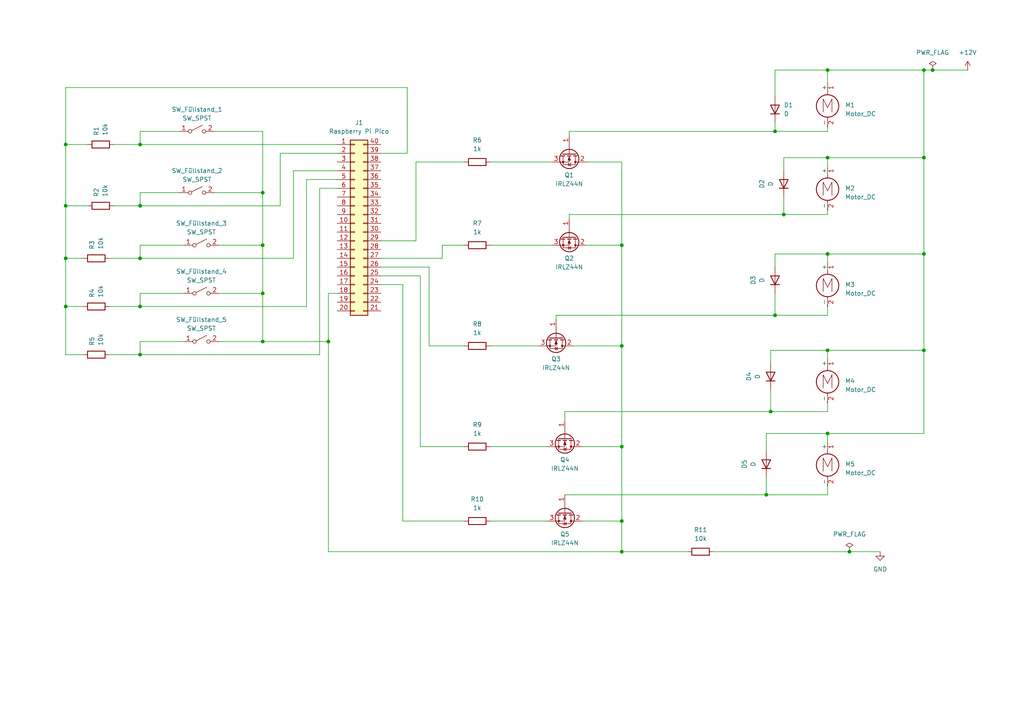
<source format=kicad_sch>
(kicad_sch (version 20250114) (generator "eeschema") (generator_version "9.0")
  (paper "A4")
  (title_block (title "Getränkemischanlage"))
  (lib_symbols
    (symbol "Connector_Generic:Conn_02x20_Odd_Even" (pin_names (offset 1.016) (hide yes))
      (property "Reference" "J1" (at 1.27 29.21 0))
      (property "Value" "Raspberry Pi Pico" (at 1.27 26.67 0))
      (symbol "Conn_02x20_Odd_Even_1_1"
        (rectangle (start -1.27 24.13) (end 3.81 -26.67) (stroke (width 0.254)) (fill (type background)))
        (rectangle (start -1.27 22.987) (end 0 22.733) (stroke (width 0.1524)))
        (rectangle (start -1.27 20.447) (end 0 20.193) (stroke (width 0.1524)))
        (rectangle (start -1.27 17.907) (end 0 17.653) (stroke (width 0.1524)))
        (rectangle (start -1.27 15.367) (end 0 15.113) (stroke (width 0.1524)))
        (rectangle (start -1.27 12.827) (end 0 12.573) (stroke (width 0.1524)))
        (rectangle (start -1.27 10.287) (end 0 10.033) (stroke (width 0.1524)))
        (rectangle (start -1.27 7.747) (end 0 7.493) (stroke (width 0.1524)))
        (rectangle (start -1.27 5.207) (end 0 4.953) (stroke (width 0.1524)))
        (rectangle (start -1.27 2.667) (end 0 2.413) (stroke (width 0.1524)))
        (rectangle (start -1.27 0.127) (end 0 -0.127) (stroke (width 0.1524)))
        (rectangle (start -1.27 -2.413) (end 0 -2.667) (stroke (width 0.1524)))
        (rectangle (start -1.27 -4.953) (end 0 -5.207) (stroke (width 0.1524)))
        (rectangle (start -1.27 -7.493) (end 0 -7.747) (stroke (width 0.1524)))
        (rectangle (start -1.27 -10.033) (end 0 -10.287) (stroke (width 0.1524)))
        (rectangle (start -1.27 -12.573) (end 0 -12.827) (stroke (width 0.1524)))
        (rectangle (start -1.27 -15.113) (end 0 -15.367) (stroke (width 0.1524)))
        (rectangle (start -1.27 -17.653) (end 0 -17.907) (stroke (width 0.1524)))
        (rectangle (start -1.27 -20.193) (end 0 -20.447) (stroke (width 0.1524)))
        (rectangle (start -1.27 -22.733) (end 0 -22.987) (stroke (width 0.1524)))
        (rectangle (start -1.27 -25.273) (end 0 -25.527) (stroke (width 0.1524)))
        (rectangle (start 3.81 22.987) (end 2.54 22.733) (stroke (width 0.1524)))
        (rectangle (start 3.81 20.447) (end 2.54 20.193) (stroke (width 0.1524)))
        (rectangle (start 3.81 17.907) (end 2.54 17.653) (stroke (width 0.1524)))
        (rectangle (start 3.81 15.367) (end 2.54 15.113) (stroke (width 0.1524)))
        (rectangle (start 3.81 12.827) (end 2.54 12.573) (stroke (width 0.1524)))
        (rectangle (start 3.81 10.287) (end 2.54 10.033) (stroke (width 0.1524)))
        (rectangle (start 3.81 7.747) (end 2.54 7.493) (stroke (width 0.1524)))
        (rectangle (start 3.81 5.207) (end 2.54 4.953) (stroke (width 0.1524)))
        (rectangle (start 3.81 2.667) (end 2.54 2.413) (stroke (width 0.1524)))
        (rectangle (start 3.81 0.127) (end 2.54 -0.127) (stroke (width 0.1524)))
        (rectangle (start 3.81 -2.413) (end 2.54 -2.667) (stroke (width 0.1524)))
        (rectangle (start 3.81 -4.953) (end 2.54 -5.207) (stroke (width 0.1524)))
        (rectangle (start 3.81 -7.493) (end 2.54 -7.747) (stroke (width 0.1524)))
        (rectangle (start 3.81 -10.033) (end 2.54 -10.287) (stroke (width 0.1524)))
        (rectangle (start 3.81 -12.573) (end 2.54 -12.827) (stroke (width 0.1524)))
        (rectangle (start 3.81 -15.113) (end 2.54 -15.367) (stroke (width 0.1524)))
        (rectangle (start 3.81 -17.653) (end 2.54 -17.907) (stroke (width 0.1524)))
        (rectangle (start 3.81 -20.193) (end 2.54 -20.447) (stroke (width 0.1524)))
        (rectangle (start 3.81 -22.733) (end 2.54 -22.987) (stroke (width 0.1524)))
        (rectangle (start 3.81 -25.273) (end 2.54 -25.527) (stroke (width 0.1524)))
        (pin passive line (at -5.08 22.86 0) (length 3.81) (name "Pin_1") (number "1"))
        (pin passive line (at -5.08 20.32 0) (length 3.81) (name "Pin_3") (number "2"))
        (pin passive line (at -5.08 17.78 0) (length 3.81) (name "Pin_5") (number "3"))
        (pin passive line (at -5.08 15.24 0) (length 3.81) (name "Pin_7") (number "4"))
        (pin passive line (at -5.08 12.7 0) (length 3.81) (name "Pin_9") (number "5"))
        (pin passive line (at -5.08 10.16 0) (length 3.81) (name "Pin_11") (number "6"))
        (pin passive line (at -5.08 7.62 0) (length 3.81) (name "Pin_13") (number "7"))
        (pin passive line (at -5.08 5.08 0) (length 3.81) (name "Pin_15") (number "8"))
        (pin passive line (at -5.08 2.54 0) (length 3.81) (name "Pin_17") (number "9"))
        (pin passive line (at -5.08 0 0) (length 3.81) (name "Pin_19") (number "10"))
        (pin passive line (at -5.08 -2.54 0) (length 3.81) (name "Pin_21") (number "11"))
        (pin passive line (at -5.08 -5.08 0) (length 3.81) (name "Pin_23") (number "12"))
        (pin passive line (at -5.08 -7.62 0) (length 3.81) (name "Pin_25") (number "13"))
        (pin passive line (at -5.08 -10.16 0) (length 3.81) (name "Pin_27") (number "14"))
        (pin passive line (at -5.08 -12.7 0) (length 3.81) (name "Pin_29") (number "15"))
        (pin passive line (at -5.08 -15.24 0) (length 3.81) (name "Pin_31") (number "16"))
        (pin passive line (at -5.08 -17.78 0) (length 3.81) (name "Pin_33") (number "17"))
        (pin passive line (at -5.08 -20.32 0) (length 3.81) (name "Pin_35") (number "18"))
        (pin passive line (at -5.08 -22.86 0) (length 3.81) (name "Pin_37") (number "19"))
        (pin passive line (at -5.08 -25.4 0) (length 3.81) (name "Pin_39") (number "20"))
        (pin passive line (at 7.62 22.86 180) (length 3.81) (name "40") (number "40"))
        (pin passive line (at 7.62 20.32 180) (length 3.81) (name "Pin_4") (number "39"))
        (pin passive line (at 7.62 17.78 180) (length 3.81) (name "Pin_6") (number "38"))
        (pin passive line (at 7.62 15.24 180) (length 3.81) (name "Pin_8") (number "37"))
        (pin passive line (at 7.62 12.7 180) (length 3.81) (name "Pin_10") (number "36"))
        (pin passive line (at 7.62 10.16 180) (length 3.81) (name "Pin_12") (number "35"))
        (pin passive line (at 7.62 7.62 180) (length 3.81) (name "Pin_14") (number "34"))
        (pin passive line (at 7.62 5.08 180) (length 3.81) (name "Pin_16") (number "33"))
        (pin passive line (at 7.62 2.54 180) (length 3.81) (name "Pin_18") (number "32"))
        (pin passive line (at 7.62 0 180) (length 3.81) (name "Pin_20") (number "31"))
        (pin passive line (at 7.62 -2.54 180) (length 3.81) (name "Pin_22") (number "30"))
        (pin passive line (at 7.62 -5.08 180) (length 3.81) (name "Pin_24") (number "29"))
        (pin passive line (at 7.62 -7.62 180) (length 3.81) (name "Pin_26") (number "28"))
        (pin passive line (at 7.62 -10.16 180) (length 3.81) (name "Pin_28") (number "27"))
        (pin passive line (at 7.62 -12.7 180) (length 3.81) (name "Pin_30") (number "26"))
        (pin passive line (at 7.62 -15.24 180) (length 3.81) (name "Pin_32") (number "25"))
        (pin passive line (at 7.62 -17.78 180) (length 3.81) (name "Pin_34") (number "24"))
        (pin passive line (at 7.62 -20.32 180) (length 3.81) (name "Pin_36") (number "23"))
        (pin passive line (at 7.62 -22.86 180) (length 3.81) (name "Pin_38") (number "22"))
        (pin passive line (at 7.62 -25.4 180) (length 3.81) (name "Pin_40") (number "21"))
      )
    )
    (symbol "Device:D" (pin_numbers (hide yes)) (pin_names (offset 1.016) (hide yes))
      (property "Reference" "D" (at 0 2.54 0))
      (property "Value" "D" (at 0 -2.54 0))
      (symbol "D_0_1"
        (polyline (pts (xy -1.27 1.27) (xy -1.27 -1.27)) (stroke (width 0.254)))
        (polyline (pts (xy 1.27 1.27) (xy 1.27 -1.27) (xy -1.27 0) (xy 1.27 1.27)) (stroke (width 0.254)))
        (polyline (pts (xy 1.27 0) (xy -1.27 0)))
      )
      (symbol "D_1_1"
        (pin passive line (at -3.81 0 0) (length 2.54) (name "K") (number "1"))
        (pin passive line (at 3.81 0 180) (length 2.54) (name "A") (number "2"))
      )
    )
    (symbol "Device:R" (pin_numbers (hide yes)) (pin_names (offset 0))
      (property "Reference" "R" (at 2.032 0 90))
      (property "Value" "R" (at 0 0 90))
      (symbol "R_0_1"
        (rectangle (start -1.016 -2.54) (end 1.016 2.54) (stroke (width 0.254)))
      )
      (symbol "R_1_1"
        (pin passive line (at 0 3.81 270) (length 1.27) (name "~") (number "1"))
        (pin passive line (at 0 -3.81 90) (length 1.27) (name "~") (number "2"))
      )
    )
    (symbol "Motor:Motor_DC" (pin_names (offset 0))
      (property "Reference" "M" (at 2.54 2.54 0))
      (property "Value" "Motor_DC" (at 2.54 -5.08 0))
      (symbol "Motor_DC_0_0"
        (polyline (pts (xy -1.27 -3.302) (xy -1.27 0.508) (xy 0 -2.032) (xy 1.27 0.508) (xy 1.27 -3.302)))
      )
      (symbol "Motor_DC_0_1"
        (polyline (pts (xy 0 2.032) (xy 0 2.54)))
        (polyline (pts (xy 0 1.7272) (xy 0 2.0828)))
        (circle (center 0 -1.524) (radius 3.2512) (stroke (width 0.254)))
        (polyline (pts (xy 0 -4.7752) (xy 0 -5.1816)))
        (polyline (pts (xy 0 -7.62) (xy 0 -7.112)))
      )
      (symbol "Motor_DC_1_1"
        (pin passive line (at 0 5.08 270) (length 2.54) (name "+") (number "1"))
        (pin passive line (at 0 -7.62 90) (length 2.54) (name "-") (number "2"))
      )
    )
    (symbol "Switch:SW_SPST" (pin_names (offset 0) (hide yes))
      (property "Reference" "SW" (at 0 3.175 0))
      (property "Value" "SW_SPST" (at 0 -2.54 0))
      (symbol "SW_SPST_0_0"
        (circle (center -2.032 0) (radius 0.508))
        (polyline (pts (xy -1.524 0.254) (xy 1.524 1.778)))
        (circle (center 2.032 0) (radius 0.508))
      )
      (symbol "SW_SPST_1_1"
        (pin passive line (at -5.08 0 0) (length 2.54) (name "A") (number "1"))
        (pin passive line (at 5.08 0 180) (length 2.54) (name "B") (number "2"))
      )
    )
    (symbol "Transistor_FET:IRLZ44N" (pin_names (hide yes))
      (property "Reference" "Q" (at 5.08 1.905 0))
      (property "Value" "IRLZ44N" (at 5.08 0 0))
      (symbol "IRLZ44N_0_1"
        (polyline (pts (xy 0.254 1.905) (xy 0.254 -1.905)) (stroke (width 0.254)))
        (polyline (pts (xy 0.254 0) (xy -2.54 0)))
        (polyline (pts (xy 0.762 2.286) (xy 0.762 1.27)) (stroke (width 0.254)))
        (polyline (pts (xy 0.762 0.508) (xy 0.762 -0.508)) (stroke (width 0.254)))
        (polyline (pts (xy 0.762 -1.27) (xy 0.762 -2.286)) (stroke (width 0.254)))
        (polyline (pts (xy 0.762 -1.778) (xy 3.302 -1.778) (xy 3.302 1.778) (xy 0.762 1.778)))
        (polyline (pts (xy 1.016 0) (xy 2.032 0.381) (xy 2.032 -0.381) (xy 1.016 0)) (fill (type outline)))
        (circle (center 1.651 0) (radius 2.794) (stroke (width 0.254)))
        (polyline (pts (xy 2.54 2.54) (xy 2.54 1.778)))
        (circle (center 2.54 1.778) (radius 0.254) (fill (type outline)))
        (circle (center 2.54 -1.778) (radius 0.254) (fill (type outline)))
        (polyline (pts (xy 2.54 -2.54) (xy 2.54 0) (xy 0.762 0)))
        (polyline (pts (xy 2.794 0.508) (xy 2.921 0.381) (xy 3.683 0.381) (xy 3.81 0.254)))
        (polyline (pts (xy 3.302 0.381) (xy 2.921 -0.254) (xy 3.683 -0.254) (xy 3.302 0.381)))
      )
      (symbol "IRLZ44N_1_1"
        (pin input line (at -5.08 0 0) (length 2.54) (name "G") (number "1"))
        (pin passive line (at 2.54 5.08 270) (length 2.54) (name "D") (number "2"))
        (pin passive line (at 2.54 -5.08 90) (length 2.54) (name "S") (number "3"))
      )
    )
    (symbol "power:+12V" (power) (pin_numbers (hide yes)) (pin_names (offset 0) (hide yes))
      (property "Value" "+12V" (at 0 3.556 0))
      (symbol "+12V_0_1"
        (polyline (pts (xy -0.762 1.27) (xy 0 2.54)))
        (polyline (pts (xy 0 2.54) (xy 0.762 1.27)))
        (polyline (pts (xy 0 0) (xy 0 2.54)))
      )
      (symbol "+12V_1_1"
        (pin power_in line (at 0 0 90) (length 0) (name "~") (number "1"))
      )
    )
    (symbol "power:GND" (power) (pin_numbers (hide yes)) (pin_names (offset 0) (hide yes))
      (property "Value" "GND" (at 0 -3.81 0))
      (symbol "GND_0_1"
        (polyline (pts (xy 0 0) (xy 0 -1.27) (xy 1.27 -1.27) (xy 0 -2.54) (xy -1.27 -1.27) (xy 0 -1.27)))
      )
      (symbol "GND_1_1"
        (pin power_in line (at 0 0 270) (length 0) (name "~") (number "1"))
      )
    )
    (symbol "power:PWR_FLAG" (power) (pin_numbers (hide yes)) (pin_names (offset 0) (hide yes))
      (property "Value" "PWR_FLAG" (at 0 3.81 0))
      (symbol "PWR_FLAG_0_0"
        (pin power_out line (at 0 0 90) (length 0) (name "~") (number "1"))
      )
      (symbol "PWR_FLAG_0_1"
        (polyline (pts (xy 0 0) (xy 0 1.27) (xy -1.016 1.905) (xy 0 2.54) (xy 1.016 1.905) (xy 0 1.27)))
      )
    )
  )
  (junction (at 40.64 102.87))
  (junction (at 240.03 73.66))
  (junction (at 240.03 101.6))
  (junction (at 76.2 55.88))
  (junction (at 246.38 160.02))
  (junction (at 19.05 59.69))
  (junction (at 40.64 74.93))
  (junction (at 76.2 85.09))
  (junction (at 267.97 101.6))
  (junction (at 180.34 160.02))
  (junction (at 267.97 45.72))
  (junction (at 224.79 91.44))
  (junction (at 240.03 125.73))
  (junction (at 240.03 45.72))
  (junction (at 227.33 62.23))
  (junction (at 180.34 129.54))
  (junction (at 180.34 151.13))
  (junction (at 40.64 41.91))
  (junction (at 40.64 88.9))
  (junction (at 240.03 20.32))
  (junction (at 267.97 20.32))
  (junction (at 40.64 59.69))
  (junction (at 19.05 88.9))
  (junction (at 267.97 73.66))
  (junction (at 95.25 99.06))
  (junction (at 19.05 41.91))
  (junction (at 224.79 38.1))
  (junction (at 223.52 119.38))
  (junction (at 222.25 143.51))
  (junction (at 76.2 71.12))
  (junction (at 180.34 71.12))
  (junction (at 270.51 20.32))
  (junction (at 76.2 99.06))
  (junction (at 180.34 100.33))
  (junction (at 19.05 74.93))
  (wire (pts (xy 120.65 69.85) (xy 120.65 46.99)))
  (wire (pts (xy 222.25 125.73) (xy 222.25 130.81)))
  (wire (pts (xy 180.34 151.13) (xy 180.34 160.02)))
  (wire (pts (xy 40.64 55.88) (xy 52.07 55.88)))
  (wire (pts (xy 97.79 52.07) (xy 88.9 52.07)))
  (wire (pts (xy 165.1 38.1) (xy 224.79 38.1)))
  (wire (pts (xy 166.37 100.33) (xy 180.34 100.33)))
  (wire (pts (xy 116.84 151.13) (xy 134.62 151.13)))
  (wire (pts (xy 53.34 71.12) (xy 40.64 71.12)))
  (wire (pts (xy 224.79 35.56) (xy 224.79 38.1)))
  (wire (pts (xy 180.34 129.54) (xy 180.34 151.13)))
  (wire (pts (xy 110.49 74.93) (xy 128.27 74.93)))
  (wire (pts (xy 63.5 99.06) (xy 76.2 99.06)))
  (wire (pts (xy 31.75 88.9) (xy 40.64 88.9)))
  (wire (pts (xy 40.64 99.06) (xy 40.64 102.87)))
  (wire (pts (xy 97.79 44.45) (xy 81.28 44.45)))
  (wire (pts (xy 156.21 100.33) (xy 142.24 100.33)))
  (wire (pts (xy 110.49 77.47) (xy 124.46 77.47)))
  (wire (pts (xy 40.64 55.88) (xy 40.64 59.69)))
  (wire (pts (xy 40.64 102.87) (xy 92.71 102.87)))
  (wire (pts (xy 97.79 49.53) (xy 85.09 49.53)))
  (wire (pts (xy 224.79 20.32) (xy 240.03 20.32)))
  (wire (pts (xy 240.03 45.72) (xy 240.03 48.26)))
  (wire (pts (xy 40.64 38.1) (xy 40.64 41.91)))
  (wire (pts (xy 180.34 71.12) (xy 180.34 100.33)))
  (wire (pts (xy 142.24 129.54) (xy 158.75 129.54)))
  (wire (pts (xy 40.64 71.12) (xy 40.64 74.93)))
  (wire (pts (xy 63.5 71.12) (xy 76.2 71.12)))
  (wire (pts (xy 95.25 160.02) (xy 180.34 160.02)))
  (wire (pts (xy 40.64 88.9) (xy 88.9 88.9)))
  (wire (pts (xy 270.51 20.32) (xy 280.67 20.32)))
  (wire (pts (xy 267.97 20.32) (xy 270.51 20.32)))
  (wire (pts (xy 168.91 151.13) (xy 180.34 151.13)))
  (wire (pts (xy 240.03 91.44) (xy 224.79 91.44)))
  (wire (pts (xy 223.52 101.6) (xy 223.52 105.41)))
  (wire (pts (xy 240.03 73.66) (xy 240.03 76.2)))
  (wire (pts (xy 222.25 138.43) (xy 222.25 143.51)))
  (wire (pts (xy 163.83 119.38) (xy 223.52 119.38)))
  (wire (pts (xy 240.03 38.1) (xy 240.03 36.83)))
  (wire (pts (xy 19.05 59.69) (xy 19.05 74.93)))
  (wire (pts (xy 224.79 73.66) (xy 240.03 73.66)))
  (wire (pts (xy 240.03 91.44) (xy 240.03 88.9)))
  (wire (pts (xy 97.79 54.61) (xy 92.71 54.61)))
  (wire (pts (xy 267.97 101.6) (xy 267.97 125.73)))
  (wire (pts (xy 124.46 100.33) (xy 124.46 77.47)))
  (wire (pts (xy 240.03 45.72) (xy 267.97 45.72)))
  (wire (pts (xy 31.75 74.93) (xy 40.64 74.93)))
  (wire (pts (xy 95.25 99.06) (xy 95.25 85.09)))
  (wire (pts (xy 227.33 62.23) (xy 165.1 62.23)))
  (wire (pts (xy 121.92 80.01) (xy 121.92 129.54)))
  (wire (pts (xy 19.05 25.4) (xy 19.05 41.91)))
  (wire (pts (xy 240.03 119.38) (xy 240.03 116.84)))
  (wire (pts (xy 240.03 119.38) (xy 223.52 119.38)))
  (wire (pts (xy 227.33 45.72) (xy 227.33 49.53)))
  (wire (pts (xy 110.49 44.45) (xy 118.11 44.45)))
  (wire (pts (xy 62.23 55.88) (xy 76.2 55.88)))
  (wire (pts (xy 165.1 38.1) (xy 165.1 39.37)))
  (wire (pts (xy 40.64 74.93) (xy 85.09 74.93)))
  (wire (pts (xy 240.03 125.73) (xy 267.97 125.73)))
  (wire (pts (xy 240.03 101.6) (xy 267.97 101.6)))
  (wire (pts (xy 19.05 41.91) (xy 19.05 59.69)))
  (wire (pts (xy 40.64 41.91) (xy 33.02 41.91)))
  (wire (pts (xy 19.05 74.93) (xy 19.05 88.9)))
  (wire (pts (xy 227.33 45.72) (xy 240.03 45.72)))
  (wire (pts (xy 76.2 38.1) (xy 76.2 55.88)))
  (wire (pts (xy 224.79 73.66) (xy 224.79 77.47)))
  (wire (pts (xy 240.03 62.23) (xy 227.33 62.23)))
  (wire (pts (xy 76.2 55.88) (xy 76.2 71.12)))
  (wire (pts (xy 19.05 102.87) (xy 24.13 102.87)))
  (wire (pts (xy 63.5 85.09) (xy 76.2 85.09)))
  (wire (pts (xy 161.29 91.44) (xy 161.29 92.71)))
  (wire (pts (xy 40.64 38.1) (xy 52.07 38.1)))
  (wire (pts (xy 224.79 85.09) (xy 224.79 91.44)))
  (wire (pts (xy 19.05 59.69) (xy 25.4 59.69)))
  (wire (pts (xy 19.05 74.93) (xy 24.13 74.93)))
  (wire (pts (xy 168.91 129.54) (xy 180.34 129.54)))
  (wire (pts (xy 95.25 160.02) (xy 95.25 99.06)))
  (wire (pts (xy 19.05 41.91) (xy 25.4 41.91)))
  (wire (pts (xy 40.64 41.91) (xy 97.79 41.91)))
  (wire (pts (xy 240.03 62.23) (xy 240.03 60.96)))
  (wire (pts (xy 240.03 125.73) (xy 240.03 128.27)))
  (wire (pts (xy 62.23 38.1) (xy 76.2 38.1)))
  (wire (pts (xy 118.11 25.4) (xy 19.05 25.4)))
  (wire (pts (xy 85.09 49.53) (xy 85.09 74.93)))
  (wire (pts (xy 222.25 143.51) (xy 240.03 143.51)))
  (wire (pts (xy 240.03 101.6) (xy 240.03 104.14)))
  (wire (pts (xy 142.24 71.12) (xy 160.02 71.12)))
  (wire (pts (xy 180.34 46.99) (xy 180.34 71.12)))
  (wire (pts (xy 267.97 45.72) (xy 267.97 73.66)))
  (wire (pts (xy 227.33 57.15) (xy 227.33 62.23)))
  (wire (pts (xy 240.03 143.51) (xy 240.03 140.97)))
  (wire (pts (xy 40.64 59.69) (xy 81.28 59.69)))
  (wire (pts (xy 19.05 88.9) (xy 24.13 88.9)))
  (wire (pts (xy 19.05 88.9) (xy 19.05 102.87)))
  (wire (pts (xy 180.34 46.99) (xy 170.18 46.99)))
  (wire (pts (xy 76.2 85.09) (xy 76.2 99.06)))
  (wire (pts (xy 110.49 69.85) (xy 120.65 69.85)))
  (wire (pts (xy 222.25 125.73) (xy 240.03 125.73)))
  (wire (pts (xy 110.49 82.55) (xy 116.84 82.55)))
  (wire (pts (xy 246.38 160.02) (xy 255.27 160.02)))
  (wire (pts (xy 116.84 82.55) (xy 116.84 151.13)))
  (wire (pts (xy 163.83 119.38) (xy 163.83 121.92)))
  (wire (pts (xy 81.28 44.45) (xy 81.28 59.69)))
  (wire (pts (xy 95.25 85.09) (xy 97.79 85.09)))
  (wire (pts (xy 240.03 20.32) (xy 267.97 20.32)))
  (wire (pts (xy 180.34 160.02) (xy 199.39 160.02)))
  (wire (pts (xy 142.24 46.99) (xy 160.02 46.99)))
  (wire (pts (xy 134.62 100.33) (xy 124.46 100.33)))
  (wire (pts (xy 92.71 54.61) (xy 92.71 102.87)))
  (wire (pts (xy 110.49 80.01) (xy 121.92 80.01)))
  (wire (pts (xy 120.65 46.99) (xy 134.62 46.99)))
  (wire (pts (xy 224.79 91.44) (xy 161.29 91.44)))
  (wire (pts (xy 142.24 151.13) (xy 158.75 151.13)))
  (wire (pts (xy 223.52 113.03) (xy 223.52 119.38)))
  (wire (pts (xy 128.27 74.93) (xy 128.27 71.12)))
  (wire (pts (xy 223.52 101.6) (xy 240.03 101.6)))
  (wire (pts (xy 267.97 45.72) (xy 267.97 20.32)))
  (wire (pts (xy 165.1 62.23) (xy 165.1 63.5)))
  (wire (pts (xy 76.2 71.12) (xy 76.2 85.09)))
  (wire (pts (xy 240.03 73.66) (xy 267.97 73.66)))
  (wire (pts (xy 207.01 160.02) (xy 246.38 160.02)))
  (wire (pts (xy 224.79 38.1) (xy 240.03 38.1)))
  (wire (pts (xy 180.34 100.33) (xy 180.34 129.54)))
  (wire (pts (xy 118.11 44.45) (xy 118.11 25.4)))
  (wire (pts (xy 53.34 99.06) (xy 40.64 99.06)))
  (wire (pts (xy 128.27 71.12) (xy 134.62 71.12)))
  (wire (pts (xy 53.34 85.09) (xy 40.64 85.09)))
  (wire (pts (xy 224.79 20.32) (xy 224.79 27.94)))
  (wire (pts (xy 267.97 73.66) (xy 267.97 101.6)))
  (wire (pts (xy 121.92 129.54) (xy 134.62 129.54)))
  (wire (pts (xy 76.2 99.06) (xy 95.25 99.06)))
  (wire (pts (xy 88.9 52.07) (xy 88.9 88.9)))
  (wire (pts (xy 33.02 59.69) (xy 40.64 59.69)))
  (wire (pts (xy 31.75 102.87) (xy 40.64 102.87)))
  (wire (pts (xy 163.83 143.51) (xy 222.25 143.51)))
  (wire (pts (xy 180.34 71.12) (xy 170.18 71.12)))
  (wire (pts (xy 240.03 20.32) (xy 240.03 24.13)))
  (wire (pts (xy 40.64 85.09) (xy 40.64 88.9)))
  (symbol (lib_id "Device:R") (at 27.94 102.87 90) (unit 1)
    (property "Reference" "R5" (at 26.6699 100.33 0) (effects (justify left)))
    (property "Value" "10k" (at 29.2099 100.33 0) (effects (justify left)))
    (property "Description" "Resistor" (effects (hide yes)))
  )
  (symbol (lib_id "Device:D") (at 224.79 81.28 90) (unit 1)
    (property "Reference" "D3" (at 218.44 81.28 0))
    (property "Value" "D" (at 220.98 81.28 0))
    (property "Description" "Diode" (effects (hide yes)))
    (property "Sim.Device" "D" (effects (hide yes)))
    (property "Sim.Pins" "1=K 2=A" (effects (hide yes)))
  )
  (symbol (lib_id "Connector_Generic:Conn_02x20_Odd_Even") (at 102.87 64.77 0) (unit 1)
    (property "Reference" "J1" (at 104.14 35.56 0))
    (property "Value" "Raspberry Pi Pico" (at 104.14 38.1 0))
    (property "Description" "Generic connector, double row, 02x20, odd/even pin numbering scheme (row 1 odd numbers, row 2 even numbers), script generated (kicad-library-utils/schlib/autogen/connector/)" (effects (hide yes)))
  )
  (symbol (lib_id "Device:R") (at 138.43 71.12 90) (unit 1)
    (property "Reference" "R7" (at 138.43 64.77 90))
    (property "Value" "1k" (at 138.43 67.31 90))
    (property "Description" "Resistor" (effects (hide yes)))
  )
  (symbol (lib_id "power:GND") (at 255.27 160.02 0) (unit 1)
    (property "Reference" "#PWR02" (effects (hide yes)))
    (property "Value" "GND" (at 255.27 165.1 0))
    (property "Description" "Power symbol creates a global label with name \"GND\" , ground" (effects (hide yes)))
  )
  (symbol (lib_id "Device:D") (at 222.25 134.62 90) (unit 1)
    (property "Reference" "D5" (at 215.9 134.62 0))
    (property "Value" "D" (at 218.44 134.62 0))
    (property "Description" "Diode" (effects (hide yes)))
    (property "Sim.Device" "D" (effects (hide yes)))
    (property "Sim.Pins" "1=K 2=A" (effects (hide yes)))
  )
  (symbol (lib_id "Device:R") (at 203.2 160.02 90) (unit 1)
    (property "Reference" "R11" (at 203.2 153.67 90))
    (property "Value" "10k" (at 203.2 156.21 90))
    (property "Description" "Resistor" (effects (hide yes)))
  )
  (symbol (lib_id "Switch:SW_SPST") (at 57.15 55.88 0) (unit 1)
    (property "Reference" "SW_Füllstand_2" (at 57.15 49.53 0))
    (property "Value" "SW_SPST" (at 57.15 52.07 0))
    (property "Description" "Single Pole Single Throw (SPST) switch" (effects (hide yes)))
  )
  (symbol (lib_id "Switch:SW_SPST") (at 58.42 71.12 0) (unit 1)
    (property "Reference" "SW_Füllstand_3" (at 58.42 64.77 0))
    (property "Value" "SW_SPST" (at 58.42 67.31 0))
    (property "Description" "Single Pole Single Throw (SPST) switch" (effects (hide yes)))
  )
  (symbol (lib_id "Motor:Motor_DC") (at 240.03 53.34 0) (unit 1)
    (property "Reference" "M2" (at 245.11 54.6099 0) (effects (justify left)))
    (property "Value" "Motor_DC" (at 245.11 57.1499 0) (effects (justify left)))
    (property "Description" "DC Motor" (effects (hide yes)))
  )
  (symbol (lib_id "Device:R") (at 138.43 151.13 90) (unit 1)
    (property "Reference" "R10" (at 138.43 144.78 90))
    (property "Value" "1k" (at 138.43 147.32 90))
    (property "Description" "Resistor" (effects (hide yes)))
  )
  (symbol (lib_id "Transistor_FET:IRLZ44N") (at 161.29 97.79 270) (unit 1)
    (property "Reference" "Q3" (at 161.29 104.14 90))
    (property "Value" "IRLZ44N" (at 161.29 106.68 90))
    (property "Footprint" "Package_TO_SOT_THT:TO-220-3_Vertical" (effects (hide yes)))
    (property "Datasheet" "http://www.irf.com/product-info/datasheets/data/irlz44n.pdf" (effects (hide yes)))
    (property "Description" "47A Id, 55V Vds, 22mOhm Rds Single N-Channel HEXFET Power MOSFET, TO-220AB" (effects (hide yes)))
  )
  (symbol (lib_id "Device:R") (at 29.21 41.91 90) (unit 1)
    (property "Reference" "R1" (at 27.9399 39.37 0) (effects (justify left)))
    (property "Value" "10k" (at 30.4799 39.37 0) (effects (justify left)))
    (property "Description" "Resistor" (effects (hide yes)))
  )
  (symbol (lib_id "Transistor_FET:IRLZ44N") (at 163.83 127 270) (unit 1)
    (property "Reference" "Q4" (at 163.83 133.35 90))
    (property "Value" "IRLZ44N" (at 163.83 135.89 90))
    (property "Footprint" "Package_TO_SOT_THT:TO-220-3_Vertical" (effects (hide yes)))
    (property "Datasheet" "http://www.irf.com/product-info/datasheets/data/irlz44n.pdf" (effects (hide yes)))
    (property "Description" "47A Id, 55V Vds, 22mOhm Rds Single N-Channel HEXFET Power MOSFET, TO-220AB" (effects (hide yes)))
  )
  (symbol (lib_id "Device:R") (at 138.43 46.99 90) (unit 1)
    (property "Reference" "R6" (at 138.43 40.64 90))
    (property "Value" "1k" (at 138.43 43.18 90))
    (property "Description" "Resistor" (effects (hide yes)))
  )
  (symbol (lib_id "Transistor_FET:IRLZ44N") (at 165.1 68.58 270) (unit 1)
    (property "Reference" "Q2" (at 165.1 74.93 90))
    (property "Value" "IRLZ44N" (at 165.1 77.47 90))
    (property "Footprint" "Package_TO_SOT_THT:TO-220-3_Vertical" (effects (hide yes)))
    (property "Datasheet" "http://www.irf.com/product-info/datasheets/data/irlz44n.pdf" (effects (hide yes)))
    (property "Description" "47A Id, 55V Vds, 22mOhm Rds Single N-Channel HEXFET Power MOSFET, TO-220AB" (effects (hide yes)))
  )
  (symbol (lib_id "Device:D") (at 223.52 109.22 90) (unit 1)
    (property "Reference" "D4" (at 217.17 109.22 0))
    (property "Value" "D" (at 219.71 109.22 0))
    (property "Description" "Diode" (effects (hide yes)))
    (property "Sim.Device" "D" (effects (hide yes)))
    (property "Sim.Pins" "1=K 2=A" (effects (hide yes)))
  )
  (symbol (lib_id "Device:D") (at 227.33 53.34 90) (unit 1)
    (property "Reference" "D2" (at 220.98 53.34 0))
    (property "Value" "D" (at 223.52 53.34 0))
    (property "Description" "Diode" (effects (hide yes)))
    (property "Sim.Device" "D" (effects (hide yes)))
    (property "Sim.Pins" "1=K 2=A" (effects (hide yes)))
  )
  (symbol (lib_id "Transistor_FET:IRLZ44N") (at 165.1 44.45 270) (unit 1)
    (property "Reference" "Q1" (at 165.1 50.8 90))
    (property "Value" "IRLZ44N" (at 165.1 53.34 90))
    (property "Footprint" "Package_TO_SOT_THT:TO-220-3_Vertical" (effects (hide yes)))
    (property "Datasheet" "http://www.irf.com/product-info/datasheets/data/irlz44n.pdf" (effects (hide yes)))
    (property "Description" "47A Id, 55V Vds, 22mOhm Rds Single N-Channel HEXFET Power MOSFET, TO-220AB" (effects (hide yes)))
  )
  (symbol (lib_id "Motor:Motor_DC") (at 240.03 81.28 0) (unit 1)
    (property "Reference" "M3" (at 245.11 82.5499 0) (effects (justify left)))
    (property "Value" "Motor_DC" (at 245.11 85.0899 0) (effects (justify left)))
    (property "Description" "DC Motor" (effects (hide yes)))
  )
  (symbol (lib_id "Device:R") (at 27.94 88.9 90) (unit 1)
    (property "Reference" "R4" (at 26.6699 86.36 0) (effects (justify left)))
    (property "Value" "10k" (at 29.2099 86.36 0) (effects (justify left)))
    (property "Description" "Resistor" (effects (hide yes)))
  )
  (symbol (lib_id "Device:R") (at 29.21 59.69 90) (unit 1)
    (property "Reference" "R2" (at 27.9399 57.15 0) (effects (justify left)))
    (property "Value" "10k" (at 30.4799 57.15 0) (effects (justify left)))
    (property "Description" "Resistor" (effects (hide yes)))
  )
  (symbol (lib_id "Motor:Motor_DC") (at 240.03 109.22 0) (unit 1)
    (property "Reference" "M4" (at 245.11 110.4899 0) (effects (justify left)))
    (property "Value" "Motor_DC" (at 245.11 113.0299 0) (effects (justify left)))
    (property "Description" "DC Motor" (effects (hide yes)))
  )
  (symbol (lib_id "power:PWR_FLAG") (at 246.38 160.02 0) (unit 1)
    (property "Reference" "#FLG02" (effects (hide yes)))
    (property "Value" "PWR_FLAG" (at 246.38 154.94 0))
    (property "Description" "Special symbol for telling ERC where power comes from" (effects (hide yes)))
  )
  (symbol (lib_id "Device:R") (at 138.43 100.33 90) (unit 1)
    (property "Reference" "R8" (at 138.43 93.98 90))
    (property "Value" "1k" (at 138.43 96.52 90))
    (property "Description" "Resistor" (effects (hide yes)))
  )
  (symbol (lib_id "Device:R") (at 138.43 129.54 90) (unit 1)
    (property "Reference" "R9" (at 138.43 123.19 90))
    (property "Value" "1k" (at 138.43 125.73 90))
    (property "Description" "Resistor" (effects (hide yes)))
  )
  (symbol (lib_id "Switch:SW_SPST") (at 58.42 99.06 0) (unit 1)
    (property "Reference" "SW_Füllstand_5" (at 58.42 92.71 0))
    (property "Value" "SW_SPST" (at 58.42 95.25 0))
    (property "Description" "Single Pole Single Throw (SPST) switch" (effects (hide yes)))
  )
  (symbol (lib_id "power:+12V") (at 280.67 20.32 0) (unit 1)
    (property "Reference" "#PWR01" (effects (hide yes)))
    (property "Value" "+12V" (at 280.67 15.24 0))
    (property "Description" "Power symbol creates a global label with name \"+12V\"" (effects (hide yes)))
  )
  (symbol (lib_id "Switch:SW_SPST") (at 58.42 85.09 0) (unit 1)
    (property "Reference" "SW_Füllstand_4" (at 58.42 78.74 0))
    (property "Value" "SW_SPST" (at 58.42 81.28 0))
    (property "Description" "Single Pole Single Throw (SPST) switch" (effects (hide yes)))
  )
  (symbol (lib_id "Device:D") (at 224.79 31.75 90) (unit 1)
    (property "Reference" "D1" (at 227.33 30.4799 90) (effects (justify right)))
    (property "Value" "D" (at 227.33 33.0199 90) (effects (justify right)))
    (property "Description" "Diode" (effects (hide yes)))
    (property "Sim.Device" "D" (effects (hide yes)))
    (property "Sim.Pins" "1=K 2=A" (effects (hide yes)))
  )
  (symbol (lib_id "Switch:SW_SPST") (at 57.15 38.1 0) (unit 1)
    (property "Reference" "SW_Füllstand_1" (at 57.15 31.75 0))
    (property "Value" "SW_SPST" (at 57.15 34.29 0))
    (property "Description" "Single Pole Single Throw (SPST) switch" (effects (hide yes)))
  )
  (symbol (lib_id "Device:R") (at 27.94 74.93 90) (unit 1)
    (property "Reference" "R3" (at 26.6699 72.39 0) (effects (justify left)))
    (property "Value" "10k" (at 29.2099 72.39 0) (effects (justify left)))
    (property "Description" "Resistor" (effects (hide yes)))
  )
  (symbol (lib_id "Transistor_FET:IRLZ44N") (at 163.83 148.59 270) (unit 1)
    (property "Reference" "Q5" (at 163.83 154.94 90))
    (property "Value" "IRLZ44N" (at 163.83 157.48 90))
    (property "Footprint" "Package_TO_SOT_THT:TO-220-3_Vertical" (effects (hide yes)))
    (property "Datasheet" "http://www.irf.com/product-info/datasheets/data/irlz44n.pdf" (effects (hide yes)))
    (property "Description" "47A Id, 55V Vds, 22mOhm Rds Single N-Channel HEXFET Power MOSFET, TO-220AB" (effects (hide yes)))
  )
  (symbol (lib_id "power:PWR_FLAG") (at 270.51 20.32 0) (unit 1)
    (property "Reference" "#FLG01" (effects (hide yes)))
    (property "Value" "PWR_FLAG" (at 270.51 15.24 0))
    (property "Description" "Special symbol for telling ERC where power comes from" (effects (hide yes)))
  )
  (symbol (lib_id "Motor:Motor_DC") (at 240.03 29.21 0) (unit 1)
    (property "Reference" "M1" (at 245.11 30.4799 0) (effects (justify left)))
    (property "Value" "Motor_DC" (at 245.11 33.0199 0) (effects (justify left)))
    (property "Description" "DC Motor" (effects (hide yes)))
  )
  (symbol (lib_id "Motor:Motor_DC") (at 240.03 133.35 0) (unit 1)
    (property "Reference" "M5" (at 245.11 134.6199 0) (effects (justify left)))
    (property "Value" "Motor_DC" (at 245.11 137.1599 0) (effects (justify left)))
    (property "Description" "DC Motor" (effects (hide yes)))
  )
)
</source>
